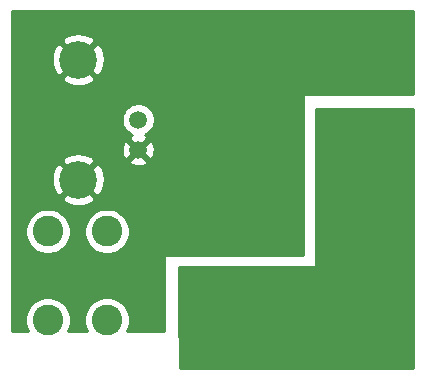
<source format=gbr>
%TF.GenerationSoftware,KiCad,Pcbnew,5.1.12-84ad8e8a86~92~ubuntu20.04.1*%
%TF.CreationDate,2022-06-17T21:56:11+02:00*%
%TF.ProjectId,bkm-68x-simple-hv-addon,626b6d2d-3638-4782-9d73-696d706c652d,rev?*%
%TF.SameCoordinates,Original*%
%TF.FileFunction,Copper,L2,Bot*%
%TF.FilePolarity,Positive*%
%FSLAX46Y46*%
G04 Gerber Fmt 4.6, Leading zero omitted, Abs format (unit mm)*
G04 Created by KiCad (PCBNEW 5.1.12-84ad8e8a86~92~ubuntu20.04.1) date 2022-06-17 21:56:11*
%MOMM*%
%LPD*%
G01*
G04 APERTURE LIST*
%TA.AperFunction,ComponentPad*%
%ADD10C,1.500000*%
%TD*%
%TA.AperFunction,ComponentPad*%
%ADD11C,3.200000*%
%TD*%
%TA.AperFunction,ComponentPad*%
%ADD12C,2.600000*%
%TD*%
%TA.AperFunction,ViaPad*%
%ADD13C,0.800000*%
%TD*%
%TA.AperFunction,Conductor*%
%ADD14C,0.254000*%
%TD*%
%TA.AperFunction,Conductor*%
%ADD15C,0.100000*%
%TD*%
G04 APERTURE END LIST*
D10*
%TO.P,J101,2*%
%TO.N,GNDA*%
X106879201Y-128016000D03*
D11*
X101799201Y-120396000D03*
X101799201Y-130556000D03*
D10*
%TO.P,J101,1*%
%TO.N,Net-(J101-Pad1)*%
X106879201Y-125476000D03*
%TD*%
D12*
%TO.P,H101,S*%
%TO.N,N/C*%
X99227000Y-142434000D03*
X104227000Y-142434000D03*
X104227000Y-134934000D03*
X99227000Y-134934000D03*
%TD*%
D13*
%TO.N,GNDA*%
X123100000Y-119300000D03*
X118872000Y-136398000D03*
%TO.N,GND*%
X120015000Y-139573000D03*
X112125800Y-143571000D03*
X119608600Y-144526000D03*
%TD*%
D14*
%TO.N,GNDA*%
X130150001Y-123300174D02*
X121000000Y-123300174D01*
X120975224Y-123302614D01*
X120951399Y-123309841D01*
X120929443Y-123321577D01*
X120910197Y-123337371D01*
X120894403Y-123356617D01*
X120882667Y-123378573D01*
X120875440Y-123402398D01*
X120873000Y-123427174D01*
X120873000Y-136889174D01*
X115950683Y-136889174D01*
X109219683Y-136906000D01*
X109194912Y-136908503D01*
X109171106Y-136915789D01*
X109149179Y-136927580D01*
X109129973Y-136943422D01*
X109114227Y-136962707D01*
X109102546Y-136984693D01*
X109095379Y-137008535D01*
X109093000Y-137033000D01*
X109093000Y-143358000D01*
X105936808Y-143358000D01*
X105941775Y-143350566D01*
X106087639Y-142998419D01*
X106162000Y-142624581D01*
X106162000Y-142243419D01*
X106087639Y-141869581D01*
X105941775Y-141517434D01*
X105730013Y-141200509D01*
X105460491Y-140930987D01*
X105143566Y-140719225D01*
X104791419Y-140573361D01*
X104417581Y-140499000D01*
X104036419Y-140499000D01*
X103662581Y-140573361D01*
X103310434Y-140719225D01*
X102993509Y-140930987D01*
X102723987Y-141200509D01*
X102512225Y-141517434D01*
X102366361Y-141869581D01*
X102292000Y-142243419D01*
X102292000Y-142624581D01*
X102366361Y-142998419D01*
X102512225Y-143350566D01*
X102517192Y-143358000D01*
X100936808Y-143358000D01*
X100941775Y-143350566D01*
X101087639Y-142998419D01*
X101162000Y-142624581D01*
X101162000Y-142243419D01*
X101087639Y-141869581D01*
X100941775Y-141517434D01*
X100730013Y-141200509D01*
X100460491Y-140930987D01*
X100143566Y-140719225D01*
X99791419Y-140573361D01*
X99417581Y-140499000D01*
X99036419Y-140499000D01*
X98662581Y-140573361D01*
X98310434Y-140719225D01*
X97993509Y-140930987D01*
X97723987Y-141200509D01*
X97512225Y-141517434D01*
X97366361Y-141869581D01*
X97292000Y-142243419D01*
X97292000Y-142624581D01*
X97366361Y-142998419D01*
X97512225Y-143350566D01*
X97517192Y-143358000D01*
X96164000Y-143358000D01*
X96164000Y-134743419D01*
X97292000Y-134743419D01*
X97292000Y-135124581D01*
X97366361Y-135498419D01*
X97512225Y-135850566D01*
X97723987Y-136167491D01*
X97993509Y-136437013D01*
X98310434Y-136648775D01*
X98662581Y-136794639D01*
X99036419Y-136869000D01*
X99417581Y-136869000D01*
X99791419Y-136794639D01*
X100143566Y-136648775D01*
X100460491Y-136437013D01*
X100730013Y-136167491D01*
X100941775Y-135850566D01*
X101087639Y-135498419D01*
X101162000Y-135124581D01*
X101162000Y-134743419D01*
X102292000Y-134743419D01*
X102292000Y-135124581D01*
X102366361Y-135498419D01*
X102512225Y-135850566D01*
X102723987Y-136167491D01*
X102993509Y-136437013D01*
X103310434Y-136648775D01*
X103662581Y-136794639D01*
X104036419Y-136869000D01*
X104417581Y-136869000D01*
X104791419Y-136794639D01*
X105143566Y-136648775D01*
X105460491Y-136437013D01*
X105730013Y-136167491D01*
X105941775Y-135850566D01*
X106087639Y-135498419D01*
X106162000Y-135124581D01*
X106162000Y-134743419D01*
X106087639Y-134369581D01*
X105941775Y-134017434D01*
X105730013Y-133700509D01*
X105460491Y-133430987D01*
X105143566Y-133219225D01*
X104791419Y-133073361D01*
X104417581Y-132999000D01*
X104036419Y-132999000D01*
X103662581Y-133073361D01*
X103310434Y-133219225D01*
X102993509Y-133430987D01*
X102723987Y-133700509D01*
X102512225Y-134017434D01*
X102366361Y-134369581D01*
X102292000Y-134743419D01*
X101162000Y-134743419D01*
X101087639Y-134369581D01*
X100941775Y-134017434D01*
X100730013Y-133700509D01*
X100460491Y-133430987D01*
X100143566Y-133219225D01*
X99791419Y-133073361D01*
X99417581Y-132999000D01*
X99036419Y-132999000D01*
X98662581Y-133073361D01*
X98310434Y-133219225D01*
X97993509Y-133430987D01*
X97723987Y-133700509D01*
X97512225Y-134017434D01*
X97366361Y-134369581D01*
X97292000Y-134743419D01*
X96164000Y-134743419D01*
X96164000Y-132118845D01*
X100415962Y-132118845D01*
X100584003Y-132444643D01*
X100975808Y-132645426D01*
X101399256Y-132765914D01*
X101838074Y-132801476D01*
X102275398Y-132750746D01*
X102694422Y-132615674D01*
X103014399Y-132444643D01*
X103182440Y-132118845D01*
X101799201Y-130735605D01*
X100415962Y-132118845D01*
X96164000Y-132118845D01*
X96164000Y-130594873D01*
X99553725Y-130594873D01*
X99604455Y-131032197D01*
X99739527Y-131451221D01*
X99910558Y-131771198D01*
X100236356Y-131939239D01*
X101619596Y-130556000D01*
X101978806Y-130556000D01*
X103362046Y-131939239D01*
X103687844Y-131771198D01*
X103888627Y-131379393D01*
X104009115Y-130955945D01*
X104044677Y-130517127D01*
X103993947Y-130079803D01*
X103858875Y-129660779D01*
X103687844Y-129340802D01*
X103362046Y-129172761D01*
X101978806Y-130556000D01*
X101619596Y-130556000D01*
X100236356Y-129172761D01*
X99910558Y-129340802D01*
X99709775Y-129732607D01*
X99589287Y-130156055D01*
X99553725Y-130594873D01*
X96164000Y-130594873D01*
X96164000Y-128993155D01*
X100415962Y-128993155D01*
X101799201Y-130376395D01*
X103182440Y-128993155D01*
X103172041Y-128972993D01*
X106101813Y-128972993D01*
X106167338Y-129211860D01*
X106414317Y-129327760D01*
X106679161Y-129393250D01*
X106951693Y-129405812D01*
X107221439Y-129364965D01*
X107478033Y-129272277D01*
X107591064Y-129211860D01*
X107656589Y-128972993D01*
X106879201Y-128195605D01*
X106101813Y-128972993D01*
X103172041Y-128972993D01*
X103014399Y-128667357D01*
X102622594Y-128466574D01*
X102199146Y-128346086D01*
X101760328Y-128310524D01*
X101323004Y-128361254D01*
X100903980Y-128496326D01*
X100584003Y-128667357D01*
X100415962Y-128993155D01*
X96164000Y-128993155D01*
X96164000Y-128088492D01*
X105489389Y-128088492D01*
X105530236Y-128358238D01*
X105622924Y-128614832D01*
X105683341Y-128727863D01*
X105922208Y-128793388D01*
X106699596Y-128016000D01*
X107058806Y-128016000D01*
X107836194Y-128793388D01*
X108075061Y-128727863D01*
X108190961Y-128480884D01*
X108256451Y-128216040D01*
X108269013Y-127943508D01*
X108228166Y-127673762D01*
X108135478Y-127417168D01*
X108075061Y-127304137D01*
X107836194Y-127238612D01*
X107058806Y-128016000D01*
X106699596Y-128016000D01*
X105922208Y-127238612D01*
X105683341Y-127304137D01*
X105567441Y-127551116D01*
X105501951Y-127815960D01*
X105489389Y-128088492D01*
X96164000Y-128088492D01*
X96164000Y-125339589D01*
X105494201Y-125339589D01*
X105494201Y-125612411D01*
X105547426Y-125879989D01*
X105651830Y-126132043D01*
X105803402Y-126358886D01*
X105996315Y-126551799D01*
X106223158Y-126703371D01*
X106322480Y-126744511D01*
X106280369Y-126759723D01*
X106167338Y-126820140D01*
X106101813Y-127059007D01*
X106879201Y-127836395D01*
X107656589Y-127059007D01*
X107591064Y-126820140D01*
X107432724Y-126745836D01*
X107535244Y-126703371D01*
X107762087Y-126551799D01*
X107955000Y-126358886D01*
X108106572Y-126132043D01*
X108210976Y-125879989D01*
X108264201Y-125612411D01*
X108264201Y-125339589D01*
X108210976Y-125072011D01*
X108106572Y-124819957D01*
X107955000Y-124593114D01*
X107762087Y-124400201D01*
X107535244Y-124248629D01*
X107283190Y-124144225D01*
X107015612Y-124091000D01*
X106742790Y-124091000D01*
X106475212Y-124144225D01*
X106223158Y-124248629D01*
X105996315Y-124400201D01*
X105803402Y-124593114D01*
X105651830Y-124819957D01*
X105547426Y-125072011D01*
X105494201Y-125339589D01*
X96164000Y-125339589D01*
X96164000Y-121958845D01*
X100415962Y-121958845D01*
X100584003Y-122284643D01*
X100975808Y-122485426D01*
X101399256Y-122605914D01*
X101838074Y-122641476D01*
X102275398Y-122590746D01*
X102694422Y-122455674D01*
X103014399Y-122284643D01*
X103182440Y-121958845D01*
X101799201Y-120575605D01*
X100415962Y-121958845D01*
X96164000Y-121958845D01*
X96164000Y-120434873D01*
X99553725Y-120434873D01*
X99604455Y-120872197D01*
X99739527Y-121291221D01*
X99910558Y-121611198D01*
X100236356Y-121779239D01*
X101619596Y-120396000D01*
X101978806Y-120396000D01*
X103362046Y-121779239D01*
X103687844Y-121611198D01*
X103888627Y-121219393D01*
X104009115Y-120795945D01*
X104044677Y-120357127D01*
X103993947Y-119919803D01*
X103858875Y-119500779D01*
X103687844Y-119180802D01*
X103362046Y-119012761D01*
X101978806Y-120396000D01*
X101619596Y-120396000D01*
X100236356Y-119012761D01*
X99910558Y-119180802D01*
X99709775Y-119572607D01*
X99589287Y-119996055D01*
X99553725Y-120434873D01*
X96164000Y-120434873D01*
X96164000Y-118833155D01*
X100415962Y-118833155D01*
X101799201Y-120216395D01*
X103182440Y-118833155D01*
X103014399Y-118507357D01*
X102622594Y-118306574D01*
X102199146Y-118186086D01*
X101760328Y-118150524D01*
X101323004Y-118201254D01*
X100903980Y-118336326D01*
X100584003Y-118507357D01*
X100415962Y-118833155D01*
X96164000Y-118833155D01*
X96164000Y-116230000D01*
X130150001Y-116230000D01*
X130150001Y-123300174D01*
%TA.AperFunction,Conductor*%
D15*
G36*
X130150001Y-123300174D02*
G01*
X121000000Y-123300174D01*
X120975224Y-123302614D01*
X120951399Y-123309841D01*
X120929443Y-123321577D01*
X120910197Y-123337371D01*
X120894403Y-123356617D01*
X120882667Y-123378573D01*
X120875440Y-123402398D01*
X120873000Y-123427174D01*
X120873000Y-136889174D01*
X115950683Y-136889174D01*
X109219683Y-136906000D01*
X109194912Y-136908503D01*
X109171106Y-136915789D01*
X109149179Y-136927580D01*
X109129973Y-136943422D01*
X109114227Y-136962707D01*
X109102546Y-136984693D01*
X109095379Y-137008535D01*
X109093000Y-137033000D01*
X109093000Y-143358000D01*
X105936808Y-143358000D01*
X105941775Y-143350566D01*
X106087639Y-142998419D01*
X106162000Y-142624581D01*
X106162000Y-142243419D01*
X106087639Y-141869581D01*
X105941775Y-141517434D01*
X105730013Y-141200509D01*
X105460491Y-140930987D01*
X105143566Y-140719225D01*
X104791419Y-140573361D01*
X104417581Y-140499000D01*
X104036419Y-140499000D01*
X103662581Y-140573361D01*
X103310434Y-140719225D01*
X102993509Y-140930987D01*
X102723987Y-141200509D01*
X102512225Y-141517434D01*
X102366361Y-141869581D01*
X102292000Y-142243419D01*
X102292000Y-142624581D01*
X102366361Y-142998419D01*
X102512225Y-143350566D01*
X102517192Y-143358000D01*
X100936808Y-143358000D01*
X100941775Y-143350566D01*
X101087639Y-142998419D01*
X101162000Y-142624581D01*
X101162000Y-142243419D01*
X101087639Y-141869581D01*
X100941775Y-141517434D01*
X100730013Y-141200509D01*
X100460491Y-140930987D01*
X100143566Y-140719225D01*
X99791419Y-140573361D01*
X99417581Y-140499000D01*
X99036419Y-140499000D01*
X98662581Y-140573361D01*
X98310434Y-140719225D01*
X97993509Y-140930987D01*
X97723987Y-141200509D01*
X97512225Y-141517434D01*
X97366361Y-141869581D01*
X97292000Y-142243419D01*
X97292000Y-142624581D01*
X97366361Y-142998419D01*
X97512225Y-143350566D01*
X97517192Y-143358000D01*
X96164000Y-143358000D01*
X96164000Y-134743419D01*
X97292000Y-134743419D01*
X97292000Y-135124581D01*
X97366361Y-135498419D01*
X97512225Y-135850566D01*
X97723987Y-136167491D01*
X97993509Y-136437013D01*
X98310434Y-136648775D01*
X98662581Y-136794639D01*
X99036419Y-136869000D01*
X99417581Y-136869000D01*
X99791419Y-136794639D01*
X100143566Y-136648775D01*
X100460491Y-136437013D01*
X100730013Y-136167491D01*
X100941775Y-135850566D01*
X101087639Y-135498419D01*
X101162000Y-135124581D01*
X101162000Y-134743419D01*
X102292000Y-134743419D01*
X102292000Y-135124581D01*
X102366361Y-135498419D01*
X102512225Y-135850566D01*
X102723987Y-136167491D01*
X102993509Y-136437013D01*
X103310434Y-136648775D01*
X103662581Y-136794639D01*
X104036419Y-136869000D01*
X104417581Y-136869000D01*
X104791419Y-136794639D01*
X105143566Y-136648775D01*
X105460491Y-136437013D01*
X105730013Y-136167491D01*
X105941775Y-135850566D01*
X106087639Y-135498419D01*
X106162000Y-135124581D01*
X106162000Y-134743419D01*
X106087639Y-134369581D01*
X105941775Y-134017434D01*
X105730013Y-133700509D01*
X105460491Y-133430987D01*
X105143566Y-133219225D01*
X104791419Y-133073361D01*
X104417581Y-132999000D01*
X104036419Y-132999000D01*
X103662581Y-133073361D01*
X103310434Y-133219225D01*
X102993509Y-133430987D01*
X102723987Y-133700509D01*
X102512225Y-134017434D01*
X102366361Y-134369581D01*
X102292000Y-134743419D01*
X101162000Y-134743419D01*
X101087639Y-134369581D01*
X100941775Y-134017434D01*
X100730013Y-133700509D01*
X100460491Y-133430987D01*
X100143566Y-133219225D01*
X99791419Y-133073361D01*
X99417581Y-132999000D01*
X99036419Y-132999000D01*
X98662581Y-133073361D01*
X98310434Y-133219225D01*
X97993509Y-133430987D01*
X97723987Y-133700509D01*
X97512225Y-134017434D01*
X97366361Y-134369581D01*
X97292000Y-134743419D01*
X96164000Y-134743419D01*
X96164000Y-132118845D01*
X100415962Y-132118845D01*
X100584003Y-132444643D01*
X100975808Y-132645426D01*
X101399256Y-132765914D01*
X101838074Y-132801476D01*
X102275398Y-132750746D01*
X102694422Y-132615674D01*
X103014399Y-132444643D01*
X103182440Y-132118845D01*
X101799201Y-130735605D01*
X100415962Y-132118845D01*
X96164000Y-132118845D01*
X96164000Y-130594873D01*
X99553725Y-130594873D01*
X99604455Y-131032197D01*
X99739527Y-131451221D01*
X99910558Y-131771198D01*
X100236356Y-131939239D01*
X101619596Y-130556000D01*
X101978806Y-130556000D01*
X103362046Y-131939239D01*
X103687844Y-131771198D01*
X103888627Y-131379393D01*
X104009115Y-130955945D01*
X104044677Y-130517127D01*
X103993947Y-130079803D01*
X103858875Y-129660779D01*
X103687844Y-129340802D01*
X103362046Y-129172761D01*
X101978806Y-130556000D01*
X101619596Y-130556000D01*
X100236356Y-129172761D01*
X99910558Y-129340802D01*
X99709775Y-129732607D01*
X99589287Y-130156055D01*
X99553725Y-130594873D01*
X96164000Y-130594873D01*
X96164000Y-128993155D01*
X100415962Y-128993155D01*
X101799201Y-130376395D01*
X103182440Y-128993155D01*
X103172041Y-128972993D01*
X106101813Y-128972993D01*
X106167338Y-129211860D01*
X106414317Y-129327760D01*
X106679161Y-129393250D01*
X106951693Y-129405812D01*
X107221439Y-129364965D01*
X107478033Y-129272277D01*
X107591064Y-129211860D01*
X107656589Y-128972993D01*
X106879201Y-128195605D01*
X106101813Y-128972993D01*
X103172041Y-128972993D01*
X103014399Y-128667357D01*
X102622594Y-128466574D01*
X102199146Y-128346086D01*
X101760328Y-128310524D01*
X101323004Y-128361254D01*
X100903980Y-128496326D01*
X100584003Y-128667357D01*
X100415962Y-128993155D01*
X96164000Y-128993155D01*
X96164000Y-128088492D01*
X105489389Y-128088492D01*
X105530236Y-128358238D01*
X105622924Y-128614832D01*
X105683341Y-128727863D01*
X105922208Y-128793388D01*
X106699596Y-128016000D01*
X107058806Y-128016000D01*
X107836194Y-128793388D01*
X108075061Y-128727863D01*
X108190961Y-128480884D01*
X108256451Y-128216040D01*
X108269013Y-127943508D01*
X108228166Y-127673762D01*
X108135478Y-127417168D01*
X108075061Y-127304137D01*
X107836194Y-127238612D01*
X107058806Y-128016000D01*
X106699596Y-128016000D01*
X105922208Y-127238612D01*
X105683341Y-127304137D01*
X105567441Y-127551116D01*
X105501951Y-127815960D01*
X105489389Y-128088492D01*
X96164000Y-128088492D01*
X96164000Y-125339589D01*
X105494201Y-125339589D01*
X105494201Y-125612411D01*
X105547426Y-125879989D01*
X105651830Y-126132043D01*
X105803402Y-126358886D01*
X105996315Y-126551799D01*
X106223158Y-126703371D01*
X106322480Y-126744511D01*
X106280369Y-126759723D01*
X106167338Y-126820140D01*
X106101813Y-127059007D01*
X106879201Y-127836395D01*
X107656589Y-127059007D01*
X107591064Y-126820140D01*
X107432724Y-126745836D01*
X107535244Y-126703371D01*
X107762087Y-126551799D01*
X107955000Y-126358886D01*
X108106572Y-126132043D01*
X108210976Y-125879989D01*
X108264201Y-125612411D01*
X108264201Y-125339589D01*
X108210976Y-125072011D01*
X108106572Y-124819957D01*
X107955000Y-124593114D01*
X107762087Y-124400201D01*
X107535244Y-124248629D01*
X107283190Y-124144225D01*
X107015612Y-124091000D01*
X106742790Y-124091000D01*
X106475212Y-124144225D01*
X106223158Y-124248629D01*
X105996315Y-124400201D01*
X105803402Y-124593114D01*
X105651830Y-124819957D01*
X105547426Y-125072011D01*
X105494201Y-125339589D01*
X96164000Y-125339589D01*
X96164000Y-121958845D01*
X100415962Y-121958845D01*
X100584003Y-122284643D01*
X100975808Y-122485426D01*
X101399256Y-122605914D01*
X101838074Y-122641476D01*
X102275398Y-122590746D01*
X102694422Y-122455674D01*
X103014399Y-122284643D01*
X103182440Y-121958845D01*
X101799201Y-120575605D01*
X100415962Y-121958845D01*
X96164000Y-121958845D01*
X96164000Y-120434873D01*
X99553725Y-120434873D01*
X99604455Y-120872197D01*
X99739527Y-121291221D01*
X99910558Y-121611198D01*
X100236356Y-121779239D01*
X101619596Y-120396000D01*
X101978806Y-120396000D01*
X103362046Y-121779239D01*
X103687844Y-121611198D01*
X103888627Y-121219393D01*
X104009115Y-120795945D01*
X104044677Y-120357127D01*
X103993947Y-119919803D01*
X103858875Y-119500779D01*
X103687844Y-119180802D01*
X103362046Y-119012761D01*
X101978806Y-120396000D01*
X101619596Y-120396000D01*
X100236356Y-119012761D01*
X99910558Y-119180802D01*
X99709775Y-119572607D01*
X99589287Y-119996055D01*
X99553725Y-120434873D01*
X96164000Y-120434873D01*
X96164000Y-118833155D01*
X100415962Y-118833155D01*
X101799201Y-120216395D01*
X103182440Y-118833155D01*
X103014399Y-118507357D01*
X102622594Y-118306574D01*
X102199146Y-118186086D01*
X101760328Y-118150524D01*
X101323004Y-118201254D01*
X100903980Y-118336326D01*
X100584003Y-118507357D01*
X100415962Y-118833155D01*
X96164000Y-118833155D01*
X96164000Y-116230000D01*
X130150001Y-116230000D01*
X130150001Y-123300174D01*
G37*
%TD.AperFunction*%
%TD*%
D14*
%TO.N,GND*%
X130150000Y-146533000D02*
X110388000Y-146533000D01*
X110388000Y-144050419D01*
X110391193Y-144018000D01*
X110378450Y-143888617D01*
X110363000Y-143837686D01*
X110363000Y-137922000D01*
X121800000Y-137922000D01*
X121824776Y-137919560D01*
X121848601Y-137912333D01*
X121870557Y-137900597D01*
X121889803Y-137884803D01*
X121905597Y-137865557D01*
X121917333Y-137843601D01*
X121924560Y-137819776D01*
X121927000Y-137795000D01*
X121927000Y-124587000D01*
X130150001Y-124587000D01*
X130150000Y-146533000D01*
%TA.AperFunction,Conductor*%
D15*
G36*
X130150000Y-146533000D02*
G01*
X110388000Y-146533000D01*
X110388000Y-144050419D01*
X110391193Y-144018000D01*
X110378450Y-143888617D01*
X110363000Y-143837686D01*
X110363000Y-137922000D01*
X121800000Y-137922000D01*
X121824776Y-137919560D01*
X121848601Y-137912333D01*
X121870557Y-137900597D01*
X121889803Y-137884803D01*
X121905597Y-137865557D01*
X121917333Y-137843601D01*
X121924560Y-137819776D01*
X121927000Y-137795000D01*
X121927000Y-124587000D01*
X130150001Y-124587000D01*
X130150000Y-146533000D01*
G37*
%TD.AperFunction*%
%TD*%
M02*

</source>
